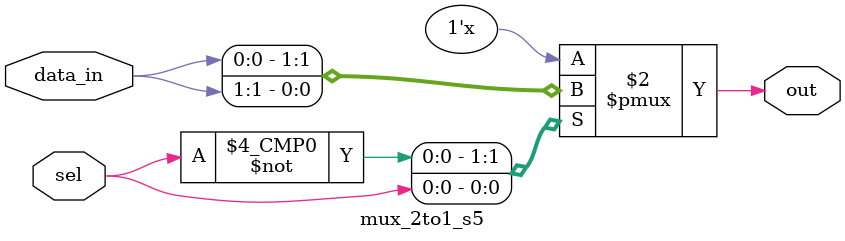
<source format=v>
module mux_2to1_s5(
    input [1:0] data_in,
    input [0:0] sel,
    output reg out
);

always @(*) begin
    case (sel)
        1'd0: out = data_in[0];
        1'd1: out = data_in[1];
        default: out = 1'b0;
    endcase
end

endmodule
</source>
